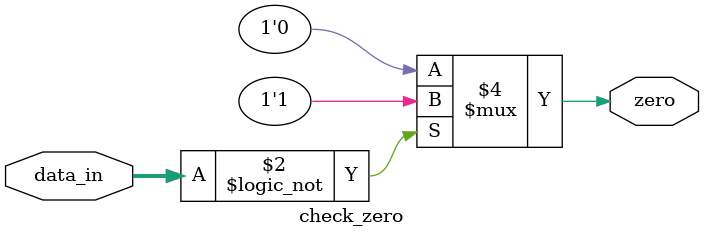
<source format=v>
module check_zero(input [63:0] data_in, output reg zero);

  always @(data_in)
  begin
    if (data_in == 64'h0000000000000000)
      zero = 1'b1;
    else
      zero = 1'b0;
  end

endmodule
</source>
